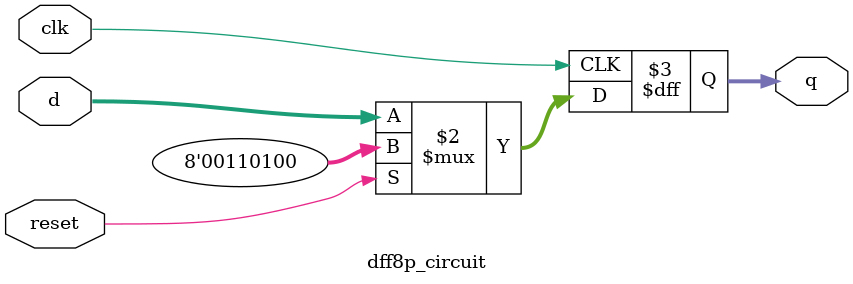
<source format=v>
module dff8p_circuit(
   input clk,
   input reset,
   input [7:0] d,
   output reg [7:0] q
);
   // Resets the value to 0x34 (00110100) when reset is high
   always @(negedge clk) begin
      q <= reset ? 8'h34 : d;
   end
endmodule 
</source>
